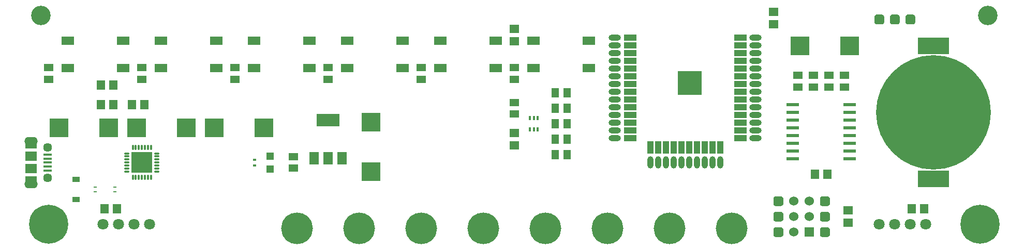
<source format=gbs>
G04 #@! TF.GenerationSoftware,KiCad,Pcbnew,no-vcs-found-3ad3869~61~ubuntu16.04.1*
G04 #@! TF.CreationDate,2018-02-07T22:49:40+05:30*
G04 #@! TF.ProjectId,k3jr_controller,6B336A725F636F6E74726F6C6C65722E,rev 1*
G04 #@! TF.SameCoordinates,Original*
G04 #@! TF.FileFunction,Soldermask,Bot*
G04 #@! TF.FilePolarity,Negative*
%FSLAX46Y46*%
G04 Gerber Fmt 4.6, Leading zero omitted, Abs format (unit mm)*
G04 Created by KiCad (PCBNEW no-vcs-found-3ad3869~61~ubuntu16.04.1) date Wed Feb  7 22:49:40 2018*
%MOMM*%
%LPD*%
G01*
G04 APERTURE LIST*
%ADD10R,1.900000X1.200000*%
%ADD11O,2.200000X1.400000*%
%ADD12R,1.900000X1.500000*%
%ADD13C,1.450000*%
%ADD14R,1.350000X0.400000*%
%ADD15R,1.550000X1.350000*%
%ADD16R,1.300480X1.498600*%
%ADD17R,1.998980X0.599440*%
%ADD18R,1.350000X1.550000*%
%ADD19R,3.048000X3.048000*%
%ADD20R,1.498600X1.300480*%
%ADD21C,0.150000*%
%ADD22C,1.600000*%
%ADD23C,6.400000*%
%ADD24C,0.800000*%
%ADD25C,3.200000*%
%ADD26C,5.200000*%
%ADD27R,1.200000X0.900000*%
%ADD28R,0.500000X0.250000*%
%ADD29C,18.796000*%
%ADD30R,5.080000X2.794000*%
%ADD31R,1.675000X1.675000*%
%ADD32O,0.300000X0.850000*%
%ADD33O,0.850000X0.300000*%
%ADD34R,0.600000X0.400000*%
%ADD35R,1.198880X1.198880*%
%ADD36R,2.100000X1.400000*%
%ADD37R,0.400000X0.650000*%
%ADD38R,3.800000X2.000000*%
%ADD39R,1.500000X2.000000*%
%ADD40R,2.000000X1.000000*%
%ADD41R,1.000000X2.000000*%
%ADD42R,4.000000X4.000000*%
%ADD43O,2.000000X1.000000*%
%ADD44O,1.000000X2.000000*%
%ADD45C,1.800000*%
%ADD46C,1.524000*%
%ADD47R,1.524000X1.524000*%
G04 APERTURE END LIST*
D10*
X52355000Y-80370000D03*
X52355000Y-74570000D03*
D11*
X52355000Y-73970000D03*
X52355000Y-80970000D03*
D12*
X52355000Y-78470000D03*
D13*
X55055000Y-74970000D03*
D14*
X55055000Y-77470000D03*
X55055000Y-76820000D03*
X55055000Y-76170000D03*
X55055000Y-78770000D03*
X55055000Y-78120000D03*
D13*
X55055000Y-79970000D03*
D12*
X52355000Y-76470000D03*
D15*
X131445000Y-74660000D03*
X131445000Y-72660000D03*
D16*
X138112500Y-66040000D03*
X140017500Y-66040000D03*
D17*
X186260740Y-67945000D03*
X186260740Y-69215000D03*
X186260740Y-70485000D03*
X186260740Y-71755000D03*
X186260740Y-73025000D03*
X186260740Y-74295000D03*
X186260740Y-75565000D03*
X186260740Y-76835000D03*
X176959260Y-76835000D03*
X176959260Y-75565000D03*
X176959260Y-74295000D03*
X176959260Y-73025000D03*
X176959260Y-71755000D03*
X176959260Y-70485000D03*
X176959260Y-69215000D03*
X176959260Y-67945000D03*
D18*
X66405000Y-85090000D03*
X64405000Y-85090000D03*
D19*
X178181000Y-58293000D03*
X186309000Y-58293000D03*
D20*
X70485000Y-63817500D03*
X70485000Y-61912500D03*
X85725000Y-63817500D03*
X85725000Y-61912500D03*
D21*
G36*
X191574207Y-53176926D02*
X191613036Y-53182686D01*
X191651114Y-53192224D01*
X191688073Y-53205448D01*
X191723559Y-53222231D01*
X191757228Y-53242412D01*
X191788757Y-53265796D01*
X191817843Y-53292157D01*
X191844204Y-53321243D01*
X191867588Y-53352772D01*
X191887769Y-53386441D01*
X191904552Y-53421927D01*
X191917776Y-53458886D01*
X191927314Y-53496964D01*
X191933074Y-53535793D01*
X191935000Y-53575000D01*
X191935000Y-54375000D01*
X191933074Y-54414207D01*
X191927314Y-54453036D01*
X191917776Y-54491114D01*
X191904552Y-54528073D01*
X191887769Y-54563559D01*
X191867588Y-54597228D01*
X191844204Y-54628757D01*
X191817843Y-54657843D01*
X191788757Y-54684204D01*
X191757228Y-54707588D01*
X191723559Y-54727769D01*
X191688073Y-54744552D01*
X191651114Y-54757776D01*
X191613036Y-54767314D01*
X191574207Y-54773074D01*
X191535000Y-54775000D01*
X190735000Y-54775000D01*
X190695793Y-54773074D01*
X190656964Y-54767314D01*
X190618886Y-54757776D01*
X190581927Y-54744552D01*
X190546441Y-54727769D01*
X190512772Y-54707588D01*
X190481243Y-54684204D01*
X190452157Y-54657843D01*
X190425796Y-54628757D01*
X190402412Y-54597228D01*
X190382231Y-54563559D01*
X190365448Y-54528073D01*
X190352224Y-54491114D01*
X190342686Y-54453036D01*
X190336926Y-54414207D01*
X190335000Y-54375000D01*
X190335000Y-53575000D01*
X190336926Y-53535793D01*
X190342686Y-53496964D01*
X190352224Y-53458886D01*
X190365448Y-53421927D01*
X190382231Y-53386441D01*
X190402412Y-53352772D01*
X190425796Y-53321243D01*
X190452157Y-53292157D01*
X190481243Y-53265796D01*
X190512772Y-53242412D01*
X190546441Y-53222231D01*
X190581927Y-53205448D01*
X190618886Y-53192224D01*
X190656964Y-53182686D01*
X190695793Y-53176926D01*
X190735000Y-53175000D01*
X191535000Y-53175000D01*
X191574207Y-53176926D01*
X191574207Y-53176926D01*
G37*
D22*
X191135000Y-53975000D03*
D23*
X55245000Y-87630000D03*
D24*
X57645000Y-87630000D03*
X56942056Y-89327056D03*
X55245000Y-90030000D03*
X53547944Y-89327056D03*
X52845000Y-87630000D03*
X53547944Y-85932944D03*
X55245000Y-85230000D03*
X56942056Y-85932944D03*
D23*
X207645000Y-87630000D03*
D24*
X210045000Y-87630000D03*
X209342056Y-89327056D03*
X207645000Y-90030000D03*
X205947944Y-89327056D03*
X205245000Y-87630000D03*
X205947944Y-85932944D03*
X207645000Y-85230000D03*
X209342056Y-85932944D03*
D25*
X208915000Y-53340000D03*
X53975000Y-53340000D03*
D26*
X95885000Y-88265000D03*
X106045000Y-88265000D03*
X116205000Y-88265000D03*
X167005000Y-88265000D03*
X156845000Y-88265000D03*
X126365000Y-88265000D03*
X146685000Y-88265000D03*
X136525000Y-88265000D03*
D27*
X59690000Y-83565000D03*
X59690000Y-80265000D03*
D28*
X66040000Y-81540000D03*
X66040000Y-82290000D03*
X62865000Y-81540000D03*
X62865000Y-82290000D03*
D29*
X200025000Y-69215000D03*
D30*
X200025000Y-58293000D03*
X200025000Y-80137000D03*
D31*
X69647500Y-78307500D03*
X69647500Y-76632500D03*
X71322500Y-78307500D03*
X71322500Y-76632500D03*
D32*
X68985000Y-79920000D03*
X69485000Y-79920000D03*
X69985000Y-79920000D03*
X70485000Y-79920000D03*
X70985000Y-79920000D03*
X71485000Y-79920000D03*
X71985000Y-79920000D03*
D33*
X72935000Y-78970000D03*
X72935000Y-78470000D03*
X72935000Y-77970000D03*
X72935000Y-77470000D03*
X72935000Y-76970000D03*
X72935000Y-76470000D03*
X72935000Y-75970000D03*
D32*
X71985000Y-75020000D03*
X71485000Y-75020000D03*
X70985000Y-75020000D03*
X70485000Y-75020000D03*
X69985000Y-75020000D03*
X69485000Y-75020000D03*
X68985000Y-75020000D03*
D33*
X68035000Y-75970000D03*
X68035000Y-76470000D03*
X68035000Y-76970000D03*
X68035000Y-77470000D03*
X68035000Y-77970000D03*
X68035000Y-78470000D03*
X68035000Y-78970000D03*
D24*
X69850000Y-78105000D03*
X71120000Y-78105000D03*
X71120000Y-76835000D03*
X69850000Y-76835000D03*
X70485000Y-77470000D03*
D34*
X88900000Y-77020000D03*
X88900000Y-77920000D03*
D35*
X91440000Y-76420980D03*
X91440000Y-78519020D03*
D36*
X119275000Y-61940000D03*
X128375000Y-61940000D03*
X128375000Y-57440000D03*
X119275000Y-57440000D03*
X104035000Y-61940000D03*
X113135000Y-61940000D03*
X113135000Y-57440000D03*
X104035000Y-57440000D03*
X67415000Y-57440000D03*
X58315000Y-57440000D03*
X58315000Y-61940000D03*
X67415000Y-61940000D03*
X143615000Y-57440000D03*
X134515000Y-57440000D03*
X134515000Y-61940000D03*
X143615000Y-61940000D03*
X88795000Y-61940000D03*
X97895000Y-61940000D03*
X97895000Y-57440000D03*
X88795000Y-57440000D03*
X73555000Y-61940000D03*
X82655000Y-61940000D03*
X82655000Y-57440000D03*
X73555000Y-57440000D03*
D20*
X182880000Y-65087500D03*
X182880000Y-63182500D03*
X185420000Y-65087500D03*
X185420000Y-63182500D03*
X177800000Y-65087500D03*
X177800000Y-63182500D03*
X180340000Y-65087500D03*
X180340000Y-63182500D03*
X116205000Y-63817500D03*
X116205000Y-61912500D03*
X100965000Y-63817500D03*
X100965000Y-61912500D03*
D18*
X180610000Y-79375000D03*
X182610000Y-79375000D03*
D19*
X90424000Y-71755000D03*
X82296000Y-71755000D03*
X107950000Y-70866000D03*
X107950000Y-78994000D03*
D18*
X63770000Y-64770000D03*
X65770000Y-64770000D03*
D15*
X131445000Y-55515000D03*
X131445000Y-57515000D03*
D19*
X65024000Y-71755000D03*
X56896000Y-71755000D03*
D18*
X63770000Y-67945000D03*
X65770000Y-67945000D03*
D19*
X69596000Y-71755000D03*
X77724000Y-71755000D03*
D18*
X70850000Y-67945000D03*
X68850000Y-67945000D03*
D15*
X173863000Y-52721000D03*
X173863000Y-54721000D03*
D37*
X133970000Y-70170000D03*
X135270000Y-70170000D03*
X134620000Y-72070000D03*
X134620000Y-70170000D03*
X135270000Y-72070000D03*
X133970000Y-72070000D03*
D20*
X131445000Y-69532500D03*
X131445000Y-67627500D03*
X95250000Y-78422500D03*
X95250000Y-76517500D03*
X55245000Y-61912500D03*
X55245000Y-63817500D03*
X131445000Y-61912500D03*
X131445000Y-63817500D03*
D16*
X138112500Y-76200000D03*
X140017500Y-76200000D03*
X138112500Y-73660000D03*
X140017500Y-73660000D03*
X140017500Y-71120000D03*
X138112500Y-71120000D03*
X138112500Y-68580000D03*
X140017500Y-68580000D03*
D38*
X100965000Y-70510000D03*
D39*
X100965000Y-76810000D03*
X98665000Y-76810000D03*
X103265000Y-76810000D03*
D40*
X168385000Y-56980000D03*
X168385000Y-58250000D03*
X168385000Y-59520000D03*
X168385000Y-60790000D03*
X168385000Y-62060000D03*
X168385000Y-63330000D03*
X168385000Y-64600000D03*
X168385000Y-65870000D03*
X168385000Y-67140000D03*
X168385000Y-68410000D03*
X168385000Y-69680000D03*
X168385000Y-70950000D03*
X168385000Y-72220000D03*
X168385000Y-73490000D03*
D41*
X165100000Y-74980000D03*
X163830000Y-74980000D03*
X162560000Y-74980000D03*
X161290000Y-74980000D03*
X160020000Y-74980000D03*
X158750000Y-74980000D03*
X157480000Y-74980000D03*
X156210000Y-74980000D03*
X154940000Y-74980000D03*
X153670000Y-74980000D03*
D40*
X150385000Y-73490000D03*
X150385000Y-72220000D03*
X150385000Y-70950000D03*
X150385000Y-69680000D03*
X150385000Y-68410000D03*
X150385000Y-67140000D03*
X150385000Y-65870000D03*
X150385000Y-64600000D03*
X150385000Y-63330000D03*
X150385000Y-62060000D03*
X150385000Y-60790000D03*
X150385000Y-59520000D03*
X150385000Y-58250000D03*
X150385000Y-56980000D03*
D42*
X160085000Y-64380000D03*
D43*
X170885000Y-56980000D03*
X170885000Y-58250000D03*
X170885000Y-59520000D03*
X170885000Y-60790000D03*
X170885000Y-62060000D03*
X170885000Y-63330000D03*
X170885000Y-64600000D03*
X170885000Y-65870000D03*
X170885000Y-67140000D03*
X170885000Y-68410000D03*
X170885000Y-69680000D03*
X170885000Y-70950000D03*
X170885000Y-72220000D03*
X170885000Y-73490000D03*
X147885000Y-58250000D03*
X147885000Y-67140000D03*
X147885000Y-68410000D03*
X147885000Y-60790000D03*
X147885000Y-56980000D03*
X147885000Y-69680000D03*
X147885000Y-63330000D03*
X147885000Y-73490000D03*
X147885000Y-72220000D03*
X147885000Y-65870000D03*
X147885000Y-64600000D03*
X147885000Y-62060000D03*
X147885000Y-70950000D03*
X147885000Y-59520000D03*
D44*
X165100000Y-77480000D03*
X163830000Y-77480000D03*
X162560000Y-77480000D03*
X161290000Y-77480000D03*
X160020000Y-77480000D03*
X157480000Y-77480000D03*
X156210000Y-77480000D03*
X154940000Y-77480000D03*
X153670000Y-77480000D03*
X158750000Y-77480000D03*
D18*
X198485000Y-85090000D03*
X196485000Y-85090000D03*
D45*
X198755000Y-87630000D03*
X196215000Y-87630000D03*
X193675000Y-87630000D03*
X191135000Y-87630000D03*
X71755000Y-87630000D03*
X69215000Y-87630000D03*
X66675000Y-87630000D03*
X64135000Y-87630000D03*
D21*
G36*
X194114207Y-53176926D02*
X194153036Y-53182686D01*
X194191114Y-53192224D01*
X194228073Y-53205448D01*
X194263559Y-53222231D01*
X194297228Y-53242412D01*
X194328757Y-53265796D01*
X194357843Y-53292157D01*
X194384204Y-53321243D01*
X194407588Y-53352772D01*
X194427769Y-53386441D01*
X194444552Y-53421927D01*
X194457776Y-53458886D01*
X194467314Y-53496964D01*
X194473074Y-53535793D01*
X194475000Y-53575000D01*
X194475000Y-54375000D01*
X194473074Y-54414207D01*
X194467314Y-54453036D01*
X194457776Y-54491114D01*
X194444552Y-54528073D01*
X194427769Y-54563559D01*
X194407588Y-54597228D01*
X194384204Y-54628757D01*
X194357843Y-54657843D01*
X194328757Y-54684204D01*
X194297228Y-54707588D01*
X194263559Y-54727769D01*
X194228073Y-54744552D01*
X194191114Y-54757776D01*
X194153036Y-54767314D01*
X194114207Y-54773074D01*
X194075000Y-54775000D01*
X193275000Y-54775000D01*
X193235793Y-54773074D01*
X193196964Y-54767314D01*
X193158886Y-54757776D01*
X193121927Y-54744552D01*
X193086441Y-54727769D01*
X193052772Y-54707588D01*
X193021243Y-54684204D01*
X192992157Y-54657843D01*
X192965796Y-54628757D01*
X192942412Y-54597228D01*
X192922231Y-54563559D01*
X192905448Y-54528073D01*
X192892224Y-54491114D01*
X192882686Y-54453036D01*
X192876926Y-54414207D01*
X192875000Y-54375000D01*
X192875000Y-53575000D01*
X192876926Y-53535793D01*
X192882686Y-53496964D01*
X192892224Y-53458886D01*
X192905448Y-53421927D01*
X192922231Y-53386441D01*
X192942412Y-53352772D01*
X192965796Y-53321243D01*
X192992157Y-53292157D01*
X193021243Y-53265796D01*
X193052772Y-53242412D01*
X193086441Y-53222231D01*
X193121927Y-53205448D01*
X193158886Y-53192224D01*
X193196964Y-53182686D01*
X193235793Y-53176926D01*
X193275000Y-53175000D01*
X194075000Y-53175000D01*
X194114207Y-53176926D01*
X194114207Y-53176926D01*
G37*
D22*
X193675000Y-53975000D03*
D21*
G36*
X196654207Y-53176926D02*
X196693036Y-53182686D01*
X196731114Y-53192224D01*
X196768073Y-53205448D01*
X196803559Y-53222231D01*
X196837228Y-53242412D01*
X196868757Y-53265796D01*
X196897843Y-53292157D01*
X196924204Y-53321243D01*
X196947588Y-53352772D01*
X196967769Y-53386441D01*
X196984552Y-53421927D01*
X196997776Y-53458886D01*
X197007314Y-53496964D01*
X197013074Y-53535793D01*
X197015000Y-53575000D01*
X197015000Y-54375000D01*
X197013074Y-54414207D01*
X197007314Y-54453036D01*
X196997776Y-54491114D01*
X196984552Y-54528073D01*
X196967769Y-54563559D01*
X196947588Y-54597228D01*
X196924204Y-54628757D01*
X196897843Y-54657843D01*
X196868757Y-54684204D01*
X196837228Y-54707588D01*
X196803559Y-54727769D01*
X196768073Y-54744552D01*
X196731114Y-54757776D01*
X196693036Y-54767314D01*
X196654207Y-54773074D01*
X196615000Y-54775000D01*
X195815000Y-54775000D01*
X195775793Y-54773074D01*
X195736964Y-54767314D01*
X195698886Y-54757776D01*
X195661927Y-54744552D01*
X195626441Y-54727769D01*
X195592772Y-54707588D01*
X195561243Y-54684204D01*
X195532157Y-54657843D01*
X195505796Y-54628757D01*
X195482412Y-54597228D01*
X195462231Y-54563559D01*
X195445448Y-54528073D01*
X195432224Y-54491114D01*
X195422686Y-54453036D01*
X195416926Y-54414207D01*
X195415000Y-54375000D01*
X195415000Y-53575000D01*
X195416926Y-53535793D01*
X195422686Y-53496964D01*
X195432224Y-53458886D01*
X195445448Y-53421927D01*
X195462231Y-53386441D01*
X195482412Y-53352772D01*
X195505796Y-53321243D01*
X195532157Y-53292157D01*
X195561243Y-53265796D01*
X195592772Y-53242412D01*
X195626441Y-53222231D01*
X195661927Y-53205448D01*
X195698886Y-53192224D01*
X195736964Y-53182686D01*
X195775793Y-53176926D01*
X195815000Y-53175000D01*
X196615000Y-53175000D01*
X196654207Y-53176926D01*
X196654207Y-53176926D01*
G37*
D22*
X196215000Y-53975000D03*
D15*
X186055000Y-85360000D03*
X186055000Y-87360000D03*
D21*
G36*
X175064207Y-83021926D02*
X175103036Y-83027686D01*
X175141114Y-83037224D01*
X175178073Y-83050448D01*
X175213559Y-83067231D01*
X175247228Y-83087412D01*
X175278757Y-83110796D01*
X175307843Y-83137157D01*
X175334204Y-83166243D01*
X175357588Y-83197772D01*
X175377769Y-83231441D01*
X175394552Y-83266927D01*
X175407776Y-83303886D01*
X175417314Y-83341964D01*
X175423074Y-83380793D01*
X175425000Y-83420000D01*
X175425000Y-84220000D01*
X175423074Y-84259207D01*
X175417314Y-84298036D01*
X175407776Y-84336114D01*
X175394552Y-84373073D01*
X175377769Y-84408559D01*
X175357588Y-84442228D01*
X175334204Y-84473757D01*
X175307843Y-84502843D01*
X175278757Y-84529204D01*
X175247228Y-84552588D01*
X175213559Y-84572769D01*
X175178073Y-84589552D01*
X175141114Y-84602776D01*
X175103036Y-84612314D01*
X175064207Y-84618074D01*
X175025000Y-84620000D01*
X174225000Y-84620000D01*
X174185793Y-84618074D01*
X174146964Y-84612314D01*
X174108886Y-84602776D01*
X174071927Y-84589552D01*
X174036441Y-84572769D01*
X174002772Y-84552588D01*
X173971243Y-84529204D01*
X173942157Y-84502843D01*
X173915796Y-84473757D01*
X173892412Y-84442228D01*
X173872231Y-84408559D01*
X173855448Y-84373073D01*
X173842224Y-84336114D01*
X173832686Y-84298036D01*
X173826926Y-84259207D01*
X173825000Y-84220000D01*
X173825000Y-83420000D01*
X173826926Y-83380793D01*
X173832686Y-83341964D01*
X173842224Y-83303886D01*
X173855448Y-83266927D01*
X173872231Y-83231441D01*
X173892412Y-83197772D01*
X173915796Y-83166243D01*
X173942157Y-83137157D01*
X173971243Y-83110796D01*
X174002772Y-83087412D01*
X174036441Y-83067231D01*
X174071927Y-83050448D01*
X174108886Y-83037224D01*
X174146964Y-83027686D01*
X174185793Y-83021926D01*
X174225000Y-83020000D01*
X175025000Y-83020000D01*
X175064207Y-83021926D01*
X175064207Y-83021926D01*
G37*
D22*
X174625000Y-83820000D03*
D21*
G36*
X182684207Y-83021926D02*
X182723036Y-83027686D01*
X182761114Y-83037224D01*
X182798073Y-83050448D01*
X182833559Y-83067231D01*
X182867228Y-83087412D01*
X182898757Y-83110796D01*
X182927843Y-83137157D01*
X182954204Y-83166243D01*
X182977588Y-83197772D01*
X182997769Y-83231441D01*
X183014552Y-83266927D01*
X183027776Y-83303886D01*
X183037314Y-83341964D01*
X183043074Y-83380793D01*
X183045000Y-83420000D01*
X183045000Y-84220000D01*
X183043074Y-84259207D01*
X183037314Y-84298036D01*
X183027776Y-84336114D01*
X183014552Y-84373073D01*
X182997769Y-84408559D01*
X182977588Y-84442228D01*
X182954204Y-84473757D01*
X182927843Y-84502843D01*
X182898757Y-84529204D01*
X182867228Y-84552588D01*
X182833559Y-84572769D01*
X182798073Y-84589552D01*
X182761114Y-84602776D01*
X182723036Y-84612314D01*
X182684207Y-84618074D01*
X182645000Y-84620000D01*
X181845000Y-84620000D01*
X181805793Y-84618074D01*
X181766964Y-84612314D01*
X181728886Y-84602776D01*
X181691927Y-84589552D01*
X181656441Y-84572769D01*
X181622772Y-84552588D01*
X181591243Y-84529204D01*
X181562157Y-84502843D01*
X181535796Y-84473757D01*
X181512412Y-84442228D01*
X181492231Y-84408559D01*
X181475448Y-84373073D01*
X181462224Y-84336114D01*
X181452686Y-84298036D01*
X181446926Y-84259207D01*
X181445000Y-84220000D01*
X181445000Y-83420000D01*
X181446926Y-83380793D01*
X181452686Y-83341964D01*
X181462224Y-83303886D01*
X181475448Y-83266927D01*
X181492231Y-83231441D01*
X181512412Y-83197772D01*
X181535796Y-83166243D01*
X181562157Y-83137157D01*
X181591243Y-83110796D01*
X181622772Y-83087412D01*
X181656441Y-83067231D01*
X181691927Y-83050448D01*
X181728886Y-83037224D01*
X181766964Y-83027686D01*
X181805793Y-83021926D01*
X181845000Y-83020000D01*
X182645000Y-83020000D01*
X182684207Y-83021926D01*
X182684207Y-83021926D01*
G37*
D22*
X182245000Y-83820000D03*
D21*
G36*
X175064207Y-85561926D02*
X175103036Y-85567686D01*
X175141114Y-85577224D01*
X175178073Y-85590448D01*
X175213559Y-85607231D01*
X175247228Y-85627412D01*
X175278757Y-85650796D01*
X175307843Y-85677157D01*
X175334204Y-85706243D01*
X175357588Y-85737772D01*
X175377769Y-85771441D01*
X175394552Y-85806927D01*
X175407776Y-85843886D01*
X175417314Y-85881964D01*
X175423074Y-85920793D01*
X175425000Y-85960000D01*
X175425000Y-86760000D01*
X175423074Y-86799207D01*
X175417314Y-86838036D01*
X175407776Y-86876114D01*
X175394552Y-86913073D01*
X175377769Y-86948559D01*
X175357588Y-86982228D01*
X175334204Y-87013757D01*
X175307843Y-87042843D01*
X175278757Y-87069204D01*
X175247228Y-87092588D01*
X175213559Y-87112769D01*
X175178073Y-87129552D01*
X175141114Y-87142776D01*
X175103036Y-87152314D01*
X175064207Y-87158074D01*
X175025000Y-87160000D01*
X174225000Y-87160000D01*
X174185793Y-87158074D01*
X174146964Y-87152314D01*
X174108886Y-87142776D01*
X174071927Y-87129552D01*
X174036441Y-87112769D01*
X174002772Y-87092588D01*
X173971243Y-87069204D01*
X173942157Y-87042843D01*
X173915796Y-87013757D01*
X173892412Y-86982228D01*
X173872231Y-86948559D01*
X173855448Y-86913073D01*
X173842224Y-86876114D01*
X173832686Y-86838036D01*
X173826926Y-86799207D01*
X173825000Y-86760000D01*
X173825000Y-85960000D01*
X173826926Y-85920793D01*
X173832686Y-85881964D01*
X173842224Y-85843886D01*
X173855448Y-85806927D01*
X173872231Y-85771441D01*
X173892412Y-85737772D01*
X173915796Y-85706243D01*
X173942157Y-85677157D01*
X173971243Y-85650796D01*
X174002772Y-85627412D01*
X174036441Y-85607231D01*
X174071927Y-85590448D01*
X174108886Y-85577224D01*
X174146964Y-85567686D01*
X174185793Y-85561926D01*
X174225000Y-85560000D01*
X175025000Y-85560000D01*
X175064207Y-85561926D01*
X175064207Y-85561926D01*
G37*
D22*
X174625000Y-86360000D03*
D46*
X177165000Y-88900000D03*
D47*
X179705000Y-88900000D03*
D46*
X177165000Y-86360000D03*
X179705000Y-86360000D03*
X177165000Y-83820000D03*
X179705000Y-83820000D03*
D21*
G36*
X182684207Y-85561926D02*
X182723036Y-85567686D01*
X182761114Y-85577224D01*
X182798073Y-85590448D01*
X182833559Y-85607231D01*
X182867228Y-85627412D01*
X182898757Y-85650796D01*
X182927843Y-85677157D01*
X182954204Y-85706243D01*
X182977588Y-85737772D01*
X182997769Y-85771441D01*
X183014552Y-85806927D01*
X183027776Y-85843886D01*
X183037314Y-85881964D01*
X183043074Y-85920793D01*
X183045000Y-85960000D01*
X183045000Y-86760000D01*
X183043074Y-86799207D01*
X183037314Y-86838036D01*
X183027776Y-86876114D01*
X183014552Y-86913073D01*
X182997769Y-86948559D01*
X182977588Y-86982228D01*
X182954204Y-87013757D01*
X182927843Y-87042843D01*
X182898757Y-87069204D01*
X182867228Y-87092588D01*
X182833559Y-87112769D01*
X182798073Y-87129552D01*
X182761114Y-87142776D01*
X182723036Y-87152314D01*
X182684207Y-87158074D01*
X182645000Y-87160000D01*
X181845000Y-87160000D01*
X181805793Y-87158074D01*
X181766964Y-87152314D01*
X181728886Y-87142776D01*
X181691927Y-87129552D01*
X181656441Y-87112769D01*
X181622772Y-87092588D01*
X181591243Y-87069204D01*
X181562157Y-87042843D01*
X181535796Y-87013757D01*
X181512412Y-86982228D01*
X181492231Y-86948559D01*
X181475448Y-86913073D01*
X181462224Y-86876114D01*
X181452686Y-86838036D01*
X181446926Y-86799207D01*
X181445000Y-86760000D01*
X181445000Y-85960000D01*
X181446926Y-85920793D01*
X181452686Y-85881964D01*
X181462224Y-85843886D01*
X181475448Y-85806927D01*
X181492231Y-85771441D01*
X181512412Y-85737772D01*
X181535796Y-85706243D01*
X181562157Y-85677157D01*
X181591243Y-85650796D01*
X181622772Y-85627412D01*
X181656441Y-85607231D01*
X181691927Y-85590448D01*
X181728886Y-85577224D01*
X181766964Y-85567686D01*
X181805793Y-85561926D01*
X181845000Y-85560000D01*
X182645000Y-85560000D01*
X182684207Y-85561926D01*
X182684207Y-85561926D01*
G37*
D22*
X182245000Y-86360000D03*
D21*
G36*
X175064207Y-88101926D02*
X175103036Y-88107686D01*
X175141114Y-88117224D01*
X175178073Y-88130448D01*
X175213559Y-88147231D01*
X175247228Y-88167412D01*
X175278757Y-88190796D01*
X175307843Y-88217157D01*
X175334204Y-88246243D01*
X175357588Y-88277772D01*
X175377769Y-88311441D01*
X175394552Y-88346927D01*
X175407776Y-88383886D01*
X175417314Y-88421964D01*
X175423074Y-88460793D01*
X175425000Y-88500000D01*
X175425000Y-89300000D01*
X175423074Y-89339207D01*
X175417314Y-89378036D01*
X175407776Y-89416114D01*
X175394552Y-89453073D01*
X175377769Y-89488559D01*
X175357588Y-89522228D01*
X175334204Y-89553757D01*
X175307843Y-89582843D01*
X175278757Y-89609204D01*
X175247228Y-89632588D01*
X175213559Y-89652769D01*
X175178073Y-89669552D01*
X175141114Y-89682776D01*
X175103036Y-89692314D01*
X175064207Y-89698074D01*
X175025000Y-89700000D01*
X174225000Y-89700000D01*
X174185793Y-89698074D01*
X174146964Y-89692314D01*
X174108886Y-89682776D01*
X174071927Y-89669552D01*
X174036441Y-89652769D01*
X174002772Y-89632588D01*
X173971243Y-89609204D01*
X173942157Y-89582843D01*
X173915796Y-89553757D01*
X173892412Y-89522228D01*
X173872231Y-89488559D01*
X173855448Y-89453073D01*
X173842224Y-89416114D01*
X173832686Y-89378036D01*
X173826926Y-89339207D01*
X173825000Y-89300000D01*
X173825000Y-88500000D01*
X173826926Y-88460793D01*
X173832686Y-88421964D01*
X173842224Y-88383886D01*
X173855448Y-88346927D01*
X173872231Y-88311441D01*
X173892412Y-88277772D01*
X173915796Y-88246243D01*
X173942157Y-88217157D01*
X173971243Y-88190796D01*
X174002772Y-88167412D01*
X174036441Y-88147231D01*
X174071927Y-88130448D01*
X174108886Y-88117224D01*
X174146964Y-88107686D01*
X174185793Y-88101926D01*
X174225000Y-88100000D01*
X175025000Y-88100000D01*
X175064207Y-88101926D01*
X175064207Y-88101926D01*
G37*
D22*
X174625000Y-88900000D03*
D21*
G36*
X182684207Y-88101926D02*
X182723036Y-88107686D01*
X182761114Y-88117224D01*
X182798073Y-88130448D01*
X182833559Y-88147231D01*
X182867228Y-88167412D01*
X182898757Y-88190796D01*
X182927843Y-88217157D01*
X182954204Y-88246243D01*
X182977588Y-88277772D01*
X182997769Y-88311441D01*
X183014552Y-88346927D01*
X183027776Y-88383886D01*
X183037314Y-88421964D01*
X183043074Y-88460793D01*
X183045000Y-88500000D01*
X183045000Y-89300000D01*
X183043074Y-89339207D01*
X183037314Y-89378036D01*
X183027776Y-89416114D01*
X183014552Y-89453073D01*
X182997769Y-89488559D01*
X182977588Y-89522228D01*
X182954204Y-89553757D01*
X182927843Y-89582843D01*
X182898757Y-89609204D01*
X182867228Y-89632588D01*
X182833559Y-89652769D01*
X182798073Y-89669552D01*
X182761114Y-89682776D01*
X182723036Y-89692314D01*
X182684207Y-89698074D01*
X182645000Y-89700000D01*
X181845000Y-89700000D01*
X181805793Y-89698074D01*
X181766964Y-89692314D01*
X181728886Y-89682776D01*
X181691927Y-89669552D01*
X181656441Y-89652769D01*
X181622772Y-89632588D01*
X181591243Y-89609204D01*
X181562157Y-89582843D01*
X181535796Y-89553757D01*
X181512412Y-89522228D01*
X181492231Y-89488559D01*
X181475448Y-89453073D01*
X181462224Y-89416114D01*
X181452686Y-89378036D01*
X181446926Y-89339207D01*
X181445000Y-89300000D01*
X181445000Y-88500000D01*
X181446926Y-88460793D01*
X181452686Y-88421964D01*
X181462224Y-88383886D01*
X181475448Y-88346927D01*
X181492231Y-88311441D01*
X181512412Y-88277772D01*
X181535796Y-88246243D01*
X181562157Y-88217157D01*
X181591243Y-88190796D01*
X181622772Y-88167412D01*
X181656441Y-88147231D01*
X181691927Y-88130448D01*
X181728886Y-88117224D01*
X181766964Y-88107686D01*
X181805793Y-88101926D01*
X181845000Y-88100000D01*
X182645000Y-88100000D01*
X182684207Y-88101926D01*
X182684207Y-88101926D01*
G37*
D22*
X182245000Y-88900000D03*
M02*

</source>
